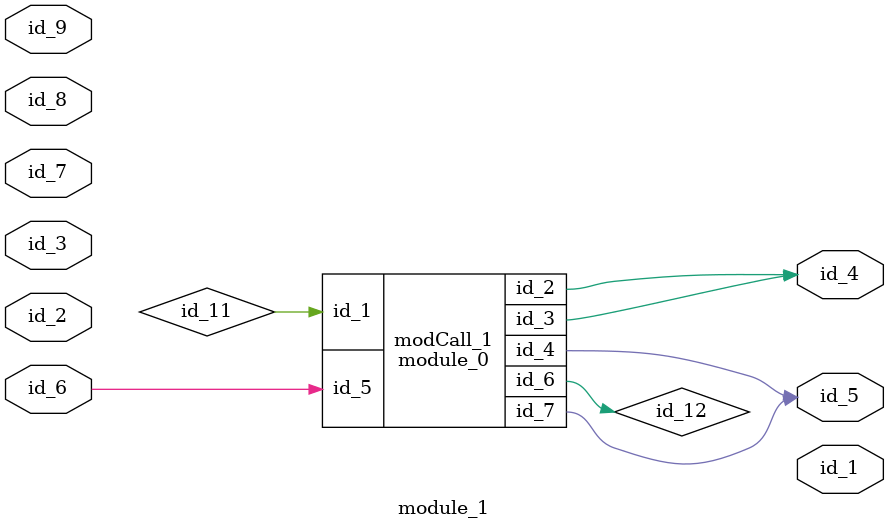
<source format=v>
module module_0 (
    id_1,
    id_2,
    id_3,
    id_4,
    id_5,
    id_6,
    id_7
);
  output wire id_7;
  inout wire id_6;
  input wire id_5;
  output wire id_4;
  output wire id_3;
  output wire id_2;
  input wire id_1;
  wor  id_8;
  wire id_9;
  wire id_10 = id_5;
  wire id_11;
  wire id_12;
endmodule
module module_1 (
    id_1,
    id_2,
    id_3,
    id_4,
    id_5,
    id_6,
    id_7,
    id_8,
    id_9
);
  input wire id_9;
  input wire id_8;
  input wire id_7;
  inout wire id_6;
  output wire id_5;
  output wire id_4;
  inout wire id_3;
  inout wire id_2;
  output wire id_1;
  wire id_10;
  wire id_11, id_12;
  module_0 modCall_1 (
      id_11,
      id_4,
      id_4,
      id_5,
      id_6,
      id_12,
      id_5
  );
endmodule

</source>
